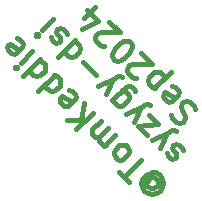
<source format=gto>
G04 #@! TF.GenerationSoftware,KiCad,Pcbnew,8.0.4-1.fc40*
G04 #@! TF.CreationDate,2024-09-25T16:47:45-07:00*
G04 #@! TF.ProjectId,syzygy-dsi,73797a79-6779-42d6-9473-692e6b696361,A*
G04 #@! TF.SameCoordinates,Original*
G04 #@! TF.FileFunction,Legend,Top*
G04 #@! TF.FilePolarity,Positive*
%FSLAX46Y46*%
G04 Gerber Fmt 4.6, Leading zero omitted, Abs format (unit mm)*
G04 Created by KiCad (PCBNEW 8.0.4-1.fc40) date 2024-09-25 16:47:45*
%MOMM*%
%LPD*%
G01*
G04 APERTURE LIST*
%ADD10C,0.400000*%
G04 APERTURE END LIST*
D10*
X133743103Y-83964514D02*
X133743103Y-84099201D01*
X133743103Y-84099201D02*
X133810446Y-84301232D01*
X133810446Y-84301232D02*
X133945133Y-84435919D01*
X133945133Y-84435919D02*
X134147164Y-84503262D01*
X134147164Y-84503262D02*
X134281851Y-84503262D01*
X134281851Y-84503262D02*
X134483881Y-84435919D01*
X134483881Y-84435919D02*
X134618568Y-84301232D01*
X134618568Y-84301232D02*
X134685912Y-84099201D01*
X134685912Y-84099201D02*
X134685912Y-83964514D01*
X134685912Y-83964514D02*
X134618568Y-83762484D01*
X134618568Y-83762484D02*
X134483881Y-83627797D01*
X134483881Y-83627797D02*
X134281851Y-83560453D01*
X134281851Y-83560453D02*
X134147164Y-83560453D01*
X133608416Y-84099201D02*
X134147164Y-83560453D01*
X134147164Y-83560453D02*
X134147164Y-83425766D01*
X134147164Y-83425766D02*
X134079820Y-83358423D01*
X134079820Y-83358423D02*
X133877790Y-83291079D01*
X133877790Y-83291079D02*
X133675759Y-83358423D01*
X133675759Y-83358423D02*
X133339042Y-83695140D01*
X133339042Y-83695140D02*
X133271698Y-84031858D01*
X133271698Y-84031858D02*
X133339042Y-84368575D01*
X133339042Y-84368575D02*
X133541072Y-84705293D01*
X133541072Y-84705293D02*
X133877790Y-84907323D01*
X133877790Y-84907323D02*
X134214507Y-84974667D01*
X134214507Y-84974667D02*
X134551225Y-84907323D01*
X134551225Y-84907323D02*
X134887942Y-84705293D01*
X134887942Y-84705293D02*
X135089973Y-84368575D01*
X135089973Y-84368575D02*
X135157316Y-84031858D01*
X135157316Y-84031858D02*
X135089973Y-83695140D01*
X135089973Y-83695140D02*
X134887942Y-83358423D01*
X134887942Y-83358423D02*
X134551225Y-83156392D01*
X134551225Y-83156392D02*
X134214507Y-83089049D01*
X132261545Y-83964514D02*
X131453423Y-83156392D01*
X133271698Y-82146239D02*
X131857484Y-83560453D01*
X132194202Y-81068743D02*
X132261545Y-81270773D01*
X132261545Y-81270773D02*
X132261545Y-81405460D01*
X132261545Y-81405460D02*
X132194202Y-81607491D01*
X132194202Y-81607491D02*
X131790141Y-82011552D01*
X131790141Y-82011552D02*
X131588110Y-82078895D01*
X131588110Y-82078895D02*
X131453423Y-82078895D01*
X131453423Y-82078895D02*
X131251393Y-82011552D01*
X131251393Y-82011552D02*
X131049362Y-81809521D01*
X131049362Y-81809521D02*
X130982019Y-81607491D01*
X130982019Y-81607491D02*
X130982019Y-81472804D01*
X130982019Y-81472804D02*
X131049362Y-81270773D01*
X131049362Y-81270773D02*
X131453423Y-80866712D01*
X131453423Y-80866712D02*
X131655454Y-80799369D01*
X131655454Y-80799369D02*
X131790141Y-80799369D01*
X131790141Y-80799369D02*
X131992171Y-80866712D01*
X131992171Y-80866712D02*
X132194202Y-81068743D01*
X131116705Y-79991247D02*
X130173896Y-80934056D01*
X130308583Y-80799369D02*
X130173896Y-80799369D01*
X130173896Y-80799369D02*
X129971866Y-80732025D01*
X129971866Y-80732025D02*
X129769835Y-80529995D01*
X129769835Y-80529995D02*
X129702492Y-80327964D01*
X129702492Y-80327964D02*
X129769835Y-80125934D01*
X129769835Y-80125934D02*
X130510614Y-79385155D01*
X129769835Y-80125934D02*
X129567805Y-80193277D01*
X129567805Y-80193277D02*
X129365774Y-80125934D01*
X129365774Y-80125934D02*
X129163744Y-79923903D01*
X129163744Y-79923903D02*
X129096400Y-79721873D01*
X129096400Y-79721873D02*
X129163744Y-79519842D01*
X129163744Y-79519842D02*
X129904522Y-78779064D01*
X129231087Y-78105628D02*
X127816874Y-79519842D01*
X128422965Y-77297506D02*
X128220935Y-78711720D01*
X127008751Y-78711720D02*
X128624996Y-78711720D01*
X127210782Y-76220010D02*
X127412812Y-76287354D01*
X127412812Y-76287354D02*
X127682186Y-76556728D01*
X127682186Y-76556728D02*
X127749530Y-76758758D01*
X127749530Y-76758758D02*
X127682186Y-76960789D01*
X127682186Y-76960789D02*
X127143438Y-77499537D01*
X127143438Y-77499537D02*
X126941408Y-77566880D01*
X126941408Y-77566880D02*
X126739377Y-77499537D01*
X126739377Y-77499537D02*
X126470003Y-77230163D01*
X126470003Y-77230163D02*
X126402660Y-77028132D01*
X126402660Y-77028132D02*
X126470003Y-76826102D01*
X126470003Y-76826102D02*
X126604690Y-76691415D01*
X126604690Y-76691415D02*
X127412812Y-77230163D01*
X125998599Y-74873140D02*
X124584385Y-76287354D01*
X125931255Y-74940484D02*
X126133286Y-75007827D01*
X126133286Y-75007827D02*
X126402660Y-75277201D01*
X126402660Y-75277201D02*
X126470003Y-75479232D01*
X126470003Y-75479232D02*
X126470003Y-75613919D01*
X126470003Y-75613919D02*
X126402660Y-75815949D01*
X126402660Y-75815949D02*
X125998599Y-76220010D01*
X125998599Y-76220010D02*
X125796568Y-76287354D01*
X125796568Y-76287354D02*
X125661881Y-76287354D01*
X125661881Y-76287354D02*
X125459851Y-76220010D01*
X125459851Y-76220010D02*
X125190477Y-75950636D01*
X125190477Y-75950636D02*
X125123133Y-75748606D01*
X124719072Y-73593613D02*
X123304858Y-75007827D01*
X124651729Y-73660957D02*
X124853759Y-73728300D01*
X124853759Y-73728300D02*
X125123133Y-73997674D01*
X125123133Y-73997674D02*
X125190477Y-74199705D01*
X125190477Y-74199705D02*
X125190477Y-74334392D01*
X125190477Y-74334392D02*
X125123133Y-74536422D01*
X125123133Y-74536422D02*
X124719072Y-74940483D01*
X124719072Y-74940483D02*
X124517042Y-75007827D01*
X124517042Y-75007827D02*
X124382355Y-75007827D01*
X124382355Y-75007827D02*
X124180324Y-74940483D01*
X124180324Y-74940483D02*
X123910950Y-74671109D01*
X123910950Y-74671109D02*
X123843606Y-74469079D01*
X124045637Y-72920178D02*
X123102828Y-73862987D01*
X122631423Y-74334392D02*
X122766110Y-74334392D01*
X122766110Y-74334392D02*
X122766110Y-74199705D01*
X122766110Y-74199705D02*
X122631423Y-74199705D01*
X122631423Y-74199705D02*
X122631423Y-74334392D01*
X122631423Y-74334392D02*
X122766110Y-74199705D01*
X122766110Y-71775339D02*
X122968141Y-71842682D01*
X122968141Y-71842682D02*
X123237515Y-72112056D01*
X123237515Y-72112056D02*
X123304858Y-72314087D01*
X123304858Y-72314087D02*
X123237515Y-72516117D01*
X123237515Y-72516117D02*
X122698767Y-73054865D01*
X122698767Y-73054865D02*
X122496736Y-73122209D01*
X122496736Y-73122209D02*
X122294706Y-73054865D01*
X122294706Y-73054865D02*
X122025332Y-72785491D01*
X122025332Y-72785491D02*
X121957988Y-72583461D01*
X121957988Y-72583461D02*
X122025332Y-72381430D01*
X122025332Y-72381430D02*
X122160019Y-72246743D01*
X122160019Y-72246743D02*
X122968141Y-72785491D01*
X136828030Y-81283648D02*
X136760686Y-81081618D01*
X136760686Y-81081618D02*
X136491312Y-80812244D01*
X136491312Y-80812244D02*
X136289282Y-80744900D01*
X136289282Y-80744900D02*
X136087251Y-80812244D01*
X136087251Y-80812244D02*
X136019908Y-80879587D01*
X136019908Y-80879587D02*
X135952564Y-81081618D01*
X135952564Y-81081618D02*
X136019908Y-81283648D01*
X136019908Y-81283648D02*
X136221938Y-81485679D01*
X136221938Y-81485679D02*
X136289282Y-81687709D01*
X136289282Y-81687709D02*
X136221938Y-81889740D01*
X136221938Y-81889740D02*
X136154595Y-81957083D01*
X136154595Y-81957083D02*
X135952564Y-82024427D01*
X135952564Y-82024427D02*
X135750534Y-81957083D01*
X135750534Y-81957083D02*
X135548503Y-81755053D01*
X135548503Y-81755053D02*
X135481160Y-81553022D01*
X134875068Y-81081617D02*
X135481160Y-79802091D01*
X134201633Y-80408182D02*
X135481160Y-79802091D01*
X135481160Y-79802091D02*
X135952564Y-79600060D01*
X135952564Y-79600060D02*
X136087251Y-79600060D01*
X136087251Y-79600060D02*
X136289282Y-79667404D01*
X133797572Y-80004121D02*
X133056793Y-79263343D01*
X133056793Y-79263343D02*
X134740381Y-79061312D01*
X134740381Y-79061312D02*
X133999602Y-78320533D01*
X132652732Y-78859281D02*
X133258823Y-77579755D01*
X131979297Y-78185846D02*
X133258823Y-77579755D01*
X133258823Y-77579755D02*
X133730228Y-77377724D01*
X133730228Y-77377724D02*
X133864915Y-77377724D01*
X133864915Y-77377724D02*
X134066945Y-77445068D01*
X130834457Y-77041006D02*
X131979296Y-75896167D01*
X131979296Y-75896167D02*
X132181327Y-75828823D01*
X132181327Y-75828823D02*
X132316014Y-75828823D01*
X132316014Y-75828823D02*
X132518044Y-75896167D01*
X132518044Y-75896167D02*
X132720075Y-76098197D01*
X132720075Y-76098197D02*
X132787418Y-76300228D01*
X131709922Y-76165541D02*
X131911953Y-76232884D01*
X131911953Y-76232884D02*
X132181327Y-76502258D01*
X132181327Y-76502258D02*
X132248670Y-76704289D01*
X132248670Y-76704289D02*
X132248670Y-76838976D01*
X132248670Y-76838976D02*
X132181327Y-77041006D01*
X132181327Y-77041006D02*
X131777266Y-77445067D01*
X131777266Y-77445067D02*
X131575235Y-77512411D01*
X131575235Y-77512411D02*
X131440548Y-77512411D01*
X131440548Y-77512411D02*
X131238518Y-77445067D01*
X131238518Y-77445067D02*
X130969144Y-77175693D01*
X130969144Y-77175693D02*
X130901800Y-76973663D01*
X130295709Y-76502258D02*
X130901800Y-75222732D01*
X129622274Y-75828823D02*
X130901800Y-75222732D01*
X130901800Y-75222732D02*
X131373205Y-75020701D01*
X131373205Y-75020701D02*
X131507892Y-75020701D01*
X131507892Y-75020701D02*
X131709922Y-75088045D01*
X129487586Y-74886014D02*
X128410090Y-73808518D01*
X127669312Y-71990243D02*
X126255099Y-73404457D01*
X127601969Y-72057587D02*
X127803999Y-72124930D01*
X127803999Y-72124930D02*
X128073373Y-72394304D01*
X128073373Y-72394304D02*
X128140717Y-72596335D01*
X128140717Y-72596335D02*
X128140717Y-72731022D01*
X128140717Y-72731022D02*
X128073373Y-72933053D01*
X128073373Y-72933053D02*
X127669312Y-73337114D01*
X127669312Y-73337114D02*
X127467282Y-73404457D01*
X127467282Y-73404457D02*
X127332595Y-73404457D01*
X127332595Y-73404457D02*
X127130564Y-73337114D01*
X127130564Y-73337114D02*
X126861190Y-73067740D01*
X126861190Y-73067740D02*
X126793847Y-72865709D01*
X126995877Y-71451495D02*
X126928533Y-71249465D01*
X126928533Y-71249465D02*
X126659159Y-70980091D01*
X126659159Y-70980091D02*
X126457129Y-70912747D01*
X126457129Y-70912747D02*
X126255098Y-70980091D01*
X126255098Y-70980091D02*
X126187755Y-71047434D01*
X126187755Y-71047434D02*
X126120411Y-71249465D01*
X126120411Y-71249465D02*
X126187755Y-71451495D01*
X126187755Y-71451495D02*
X126389785Y-71653526D01*
X126389785Y-71653526D02*
X126457129Y-71855556D01*
X126457129Y-71855556D02*
X126389785Y-72057587D01*
X126389785Y-72057587D02*
X126322442Y-72124930D01*
X126322442Y-72124930D02*
X126120411Y-72192274D01*
X126120411Y-72192274D02*
X125918381Y-72124930D01*
X125918381Y-72124930D02*
X125716350Y-71922900D01*
X125716350Y-71922900D02*
X125649007Y-71720869D01*
X125851037Y-70171968D02*
X124908228Y-71114778D01*
X124436824Y-71586182D02*
X124571511Y-71586182D01*
X124571511Y-71586182D02*
X124571511Y-71451495D01*
X124571511Y-71451495D02*
X124436824Y-71451495D01*
X124436824Y-71451495D02*
X124436824Y-71586182D01*
X124436824Y-71586182D02*
X124571511Y-71451495D01*
X137892652Y-77794660D02*
X137757965Y-77525286D01*
X137757965Y-77525286D02*
X137421247Y-77188568D01*
X137421247Y-77188568D02*
X137219217Y-77121225D01*
X137219217Y-77121225D02*
X137084530Y-77121225D01*
X137084530Y-77121225D02*
X136882499Y-77188568D01*
X136882499Y-77188568D02*
X136747812Y-77323255D01*
X136747812Y-77323255D02*
X136680469Y-77525286D01*
X136680469Y-77525286D02*
X136680469Y-77659973D01*
X136680469Y-77659973D02*
X136747812Y-77862003D01*
X136747812Y-77862003D02*
X136949843Y-78198721D01*
X136949843Y-78198721D02*
X137017186Y-78400751D01*
X137017186Y-78400751D02*
X137017186Y-78535439D01*
X137017186Y-78535439D02*
X136949843Y-78737469D01*
X136949843Y-78737469D02*
X136815156Y-78872156D01*
X136815156Y-78872156D02*
X136613125Y-78939500D01*
X136613125Y-78939500D02*
X136478438Y-78939500D01*
X136478438Y-78939500D02*
X136276408Y-78872156D01*
X136276408Y-78872156D02*
X135939690Y-78535439D01*
X135939690Y-78535439D02*
X135805003Y-78266064D01*
X135939690Y-75841698D02*
X136141720Y-75909042D01*
X136141720Y-75909042D02*
X136411094Y-76178416D01*
X136411094Y-76178416D02*
X136478438Y-76380446D01*
X136478438Y-76380446D02*
X136411094Y-76582477D01*
X136411094Y-76582477D02*
X135872346Y-77121225D01*
X135872346Y-77121225D02*
X135670316Y-77188568D01*
X135670316Y-77188568D02*
X135468285Y-77121225D01*
X135468285Y-77121225D02*
X135198911Y-76851851D01*
X135198911Y-76851851D02*
X135131568Y-76649820D01*
X135131568Y-76649820D02*
X135198911Y-76447790D01*
X135198911Y-76447790D02*
X135333598Y-76313103D01*
X135333598Y-76313103D02*
X136141720Y-76851851D01*
X134390789Y-76043729D02*
X135805003Y-74629515D01*
X134458133Y-75976385D02*
X134256102Y-75909042D01*
X134256102Y-75909042D02*
X133986728Y-75639668D01*
X133986728Y-75639668D02*
X133919385Y-75437637D01*
X133919385Y-75437637D02*
X133919385Y-75302950D01*
X133919385Y-75302950D02*
X133986728Y-75100920D01*
X133986728Y-75100920D02*
X134390789Y-74696859D01*
X134390789Y-74696859D02*
X134592820Y-74629515D01*
X134592820Y-74629515D02*
X134727507Y-74629515D01*
X134727507Y-74629515D02*
X134929537Y-74696859D01*
X134929537Y-74696859D02*
X135198911Y-74966233D01*
X135198911Y-74966233D02*
X135266255Y-75168263D01*
X132841888Y-75168263D02*
X132707201Y-75168263D01*
X132707201Y-75168263D02*
X132505171Y-75100919D01*
X132505171Y-75100919D02*
X132168453Y-74764202D01*
X132168453Y-74764202D02*
X132101110Y-74562171D01*
X132101110Y-74562171D02*
X132101110Y-74427484D01*
X132101110Y-74427484D02*
X132168453Y-74225454D01*
X132168453Y-74225454D02*
X132303140Y-74090767D01*
X132303140Y-74090767D02*
X132572514Y-73956080D01*
X132572514Y-73956080D02*
X134188759Y-73956080D01*
X134188759Y-73956080D02*
X133313293Y-73080614D01*
X131023614Y-73619362D02*
X130888927Y-73484675D01*
X130888927Y-73484675D02*
X130821583Y-73282645D01*
X130821583Y-73282645D02*
X130821583Y-73147958D01*
X130821583Y-73147958D02*
X130888927Y-72945927D01*
X130888927Y-72945927D02*
X131090957Y-72609210D01*
X131090957Y-72609210D02*
X131427675Y-72272492D01*
X131427675Y-72272492D02*
X131764392Y-72070462D01*
X131764392Y-72070462D02*
X131966423Y-72003118D01*
X131966423Y-72003118D02*
X132101110Y-72003118D01*
X132101110Y-72003118D02*
X132303140Y-72070462D01*
X132303140Y-72070462D02*
X132437827Y-72205149D01*
X132437827Y-72205149D02*
X132505171Y-72407179D01*
X132505171Y-72407179D02*
X132505171Y-72541866D01*
X132505171Y-72541866D02*
X132437827Y-72743897D01*
X132437827Y-72743897D02*
X132235797Y-73080614D01*
X132235797Y-73080614D02*
X131899079Y-73417332D01*
X131899079Y-73417332D02*
X131562362Y-73619362D01*
X131562362Y-73619362D02*
X131360331Y-73686706D01*
X131360331Y-73686706D02*
X131225644Y-73686706D01*
X131225644Y-73686706D02*
X131023614Y-73619362D01*
X130148148Y-72474523D02*
X130013461Y-72474523D01*
X130013461Y-72474523D02*
X129811431Y-72407179D01*
X129811431Y-72407179D02*
X129474713Y-72070462D01*
X129474713Y-72070462D02*
X129407370Y-71868431D01*
X129407370Y-71868431D02*
X129407370Y-71733744D01*
X129407370Y-71733744D02*
X129474713Y-71531714D01*
X129474713Y-71531714D02*
X129609400Y-71397027D01*
X129609400Y-71397027D02*
X129878774Y-71262340D01*
X129878774Y-71262340D02*
X131495018Y-71262340D01*
X131495018Y-71262340D02*
X130619553Y-70386874D01*
X128464561Y-70117500D02*
X129407370Y-69174691D01*
X128262530Y-70992966D02*
X129609400Y-70319531D01*
X129609400Y-70319531D02*
X128733935Y-69444065D01*
M02*

</source>
